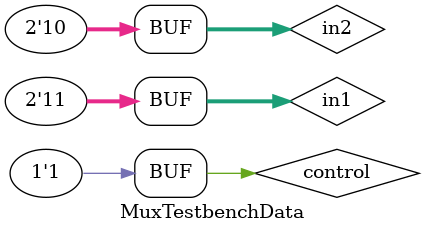
<source format=v>
`include "Mux.v"

module MuxTestbenchData;
  reg [1:0] in1;
  reg [1:0] in2;
  reg control;
  wire [1:0] out;

  Mux #(
      .N(2)
  ) dut (
      .in1(in1),
      .in2(in2),
      .control(control),
      .out(out)
  );

  initial begin
    $display("Teste 1: Selecionando a entrada 1");
    in1 = 1;
    in2 = 0;
    control = 0;

    #1; $display("Teste 2: Selecionando a entrada 2");
    in1 = 3;
    in2 = 2;
    control = 1;
  end

  initial begin
    $monitor("Tempo: %0d\tEntrada 1: %d\tEntrada 2: %d\tControle: %b\tSaida: %d\n", $time, in1,
             in2, control, out);
  end

endmodule

</source>
